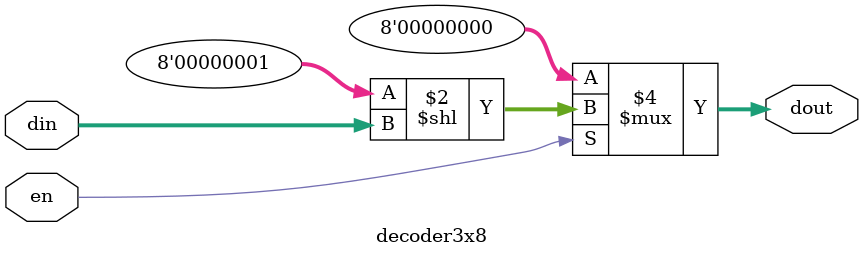
<source format=v>
module decoder3x8 (
    input  [2:0] din,     // 3-bit input
    input        en,      // enable signal
    output reg [7:0] dout // 8-bit output
);

    always @(*) begin
        if (en)
            dout = 8'b00000001 << din; // decode input when enabled
        else
            dout = 8'b00000000;        // all outputs low when disabled
    end

endmodule

</source>
